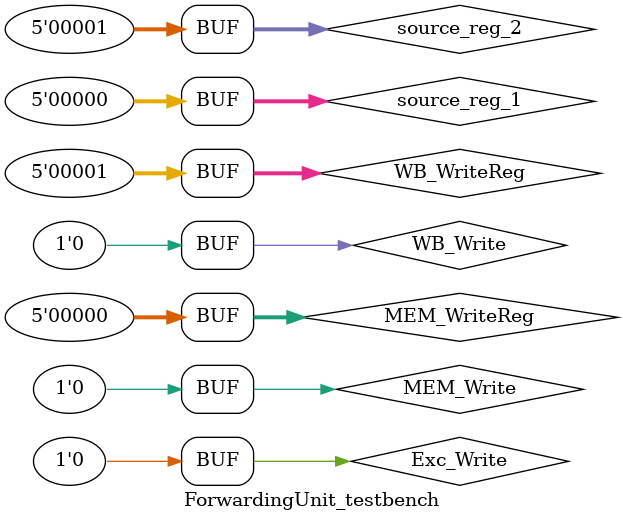
<source format=sv>
module ForwardingUnit(MEM_Write, WB_Write, Exc_Write, MEM_WriteReg,
							 WB_WriteReg, source_reg_1, source_reg_2, ALU1_sel, ALU2_sel);

input logic MEM_Write, WB_Write, Exc_Write;
input logic [4:0] MEM_WriteReg, WB_WriteReg, source_reg_1, source_reg_2;
output logic [1:0] ALU1_sel, ALU2_sel;

// sel 2'b00 original value
// sel 2'b01 alu/shift at MEM value (before the Excution to Mem register)
// sel 2'b10 WB value
// sel 2'b11 Mem Data value

always_comb begin
	// MEM/Exc take priority because it is the most recent value
	if ((MEM_Write || Exc_Write) && source_reg_1 == MEM_WriteReg && MEM_WriteReg != 5'b11111) begin
		if (MEM_Write) begin
			ALU1_sel = 2'b11; // Forward the source 1 value from the Mem Data at stage Mem
		end else begin
			ALU1_sel = 2'b01; // Forward the source 1 value from alu/shift at stage Mem
		end
		
		if ((MEM_Write || Exc_Write) && source_reg_2 == MEM_WriteReg && MEM_WriteReg != 5'b11111) begin
		
			if (MEM_Write) begin	// new value from MEM data take priority since MEM_Write only on for STUR
				ALU2_sel = 2'b11; // Forward the source 2 value from the Mem Data at stage Mem
			end else begin
				ALU2_sel = 2'b01; // Forward the source 2 value from alu/shift at stage Mem
			end
			
		end else if (WB_Write && source_reg_2 == WB_WriteReg && WB_WriteReg != 5'b11111) begin
			ALU2_sel = 2'b10; // Forward the source 2 value at WB stage
		end else begin
			ALU2_sel = 2'b00; // if source 2 reg is X31/ no write/ no match
		end
		
	end else if (WB_Write && source_reg_1 == WB_WriteReg && WB_WriteReg != 5'b11111) begin
		ALU1_sel = 2'b10;  // Forward the source 1 value at WB stage
		
		if ((MEM_Write || Exc_Write) && source_reg_2 == MEM_WriteReg && MEM_WriteReg != 5'b11111) begin
		
			if (MEM_Write) begin
				ALU2_sel = 2'b11; // Forward the source 2 value from the Mem Data at stage Mem
			end else begin
				ALU2_sel = 2'b01; // Forward the source 2 value from alu/shift at stage Mem
			end
			
		end else if (WB_Write && source_reg_2 == WB_WriteReg && WB_WriteReg != 5'b11111) begin
			ALU2_sel = 2'b10; // Forward the source 2 value at WB stage
		end else begin
			ALU2_sel = 2'b00; // if source 2 reg is X31/ no write/ no match
		end
		
	end else begin
		ALU1_sel = 2'b00;		// if source 1 reg is X31/ no write/ no match
		
		if ((MEM_Write || Exc_Write) && source_reg_2 == MEM_WriteReg && MEM_WriteReg != 5'b11111) begin
		
			if (MEM_Write) begin
				ALU2_sel = 2'b11; // Forward the source 2 value from the Mem Data at stage Mem
			end else begin
				ALU2_sel = 2'b01; // Forward the source 2 value from alu/shift at stage Mem
			end
			
		end else if (WB_Write && source_reg_2 == WB_WriteReg && WB_WriteReg != 5'b11111) begin
			ALU2_sel = 2'b10; // Forward the source 2 value at WB stage
		end else begin
			ALU2_sel = 2'b00; // if source 2 reg is X31/ no write/ no match
		end
		
	end
end
	
endmodule

module ForwardingUnit_testbench();
	logic MEM_Write, WB_Write, Exc_Write;
	logic [4:0] MEM_WriteReg, WB_WriteReg, source_reg_1, source_reg_2;
	logic [1:0] ALU1_sel, ALU2_sel;
	
	ForwardingUnit dut (.MEM_Write, .WB_Write, .Exc_Write, .MEM_WriteReg,
							 .WB_WriteReg, .source_reg_1, .source_reg_2, .ALU1_sel, .ALU2_sel);
							 
	initial begin
		// both source reg get fowarded from WB
		WB_Write = 1'b1; MEM_Write = 1'b0;
		Exc_Write = 1'b0;
		MEM_WriteReg = 5'b00000; WB_WriteReg = 5'b00001;
		source_reg_1 = 5'b00001; source_reg_2 = 5'b00001;		#10;
		
		// source 1 reg get fowarded from WB
		WB_Write = 1'b1; MEM_Write = 1'b0;
		Exc_Write = 1'b0;
		MEM_WriteReg = 5'b00000; WB_WriteReg = 5'b00001;
		source_reg_1 = 5'b00001; source_reg_2 = 5'b00011;		#10;
		
		// source 2 reg get fowarded from WB
		WB_Write = 1'b1; MEM_Write = 1'b0;
		Exc_Write = 1'b0;
		MEM_WriteReg = 5'b00000; WB_WriteReg = 5'b00001;
		source_reg_1 = 5'b00000; source_reg_2 = 5'b00001;		#10;
		
		// both source reg get fowarded from MEM
		WB_Write = 1'b0; MEM_Write = 1'b1;
		Exc_Write = 1'b0;
		MEM_WriteReg = 5'b00000; WB_WriteReg = 5'b00001;
		source_reg_1 = 5'b00000; source_reg_2 = 5'b00000;		#10;
		
		// source 1 reg get fowarded from MEM
		WB_Write = 1'b0; MEM_Write = 1'b1;
		Exc_Write = 1'b0;
		MEM_WriteReg = 5'b00000; WB_WriteReg = 5'b00001;
		source_reg_1 = 5'b00000; source_reg_2 = 5'b00011;		#10;
		
		// source 2 reg get fowarded from MEM
		WB_Write = 1'b0; MEM_Write = 1'b1;
		Exc_Write = 1'b0;
		MEM_WriteReg = 5'b00000; WB_WriteReg = 5'b00001;
		source_reg_1 = 5'b00001; source_reg_2 = 5'b00000;		#10;
		
		// no source get fowarded X31
		// both source reg get fowarded from WB
		WB_Write = 1'b1; MEM_Write = 1'b1;
		Exc_Write = 1'b1;
		MEM_WriteReg = 5'b11111; WB_WriteReg = 5'b11111;
		source_reg_1 = 5'b11111; source_reg_2 = 5'b11111;		#10;
		
		// no reg match
		WB_Write = 1'b1; MEM_Write = 1'b1;
		Exc_Write = 1'b1;
		MEM_WriteReg = 5'b10111; WB_WriteReg = 5'b11100;
		source_reg_1 = 5'b10011; source_reg_2 = 5'b00111;		#10;
		
		// no write on
		WB_Write = 1'b0; MEM_Write = 1'b0;
		Exc_Write = 1'b0;
		MEM_WriteReg = 5'b00000; WB_WriteReg = 5'b00001;
		source_reg_1 = 5'b00000; source_reg_2 = 5'b00001;		#10;
	end
endmodule

</source>
